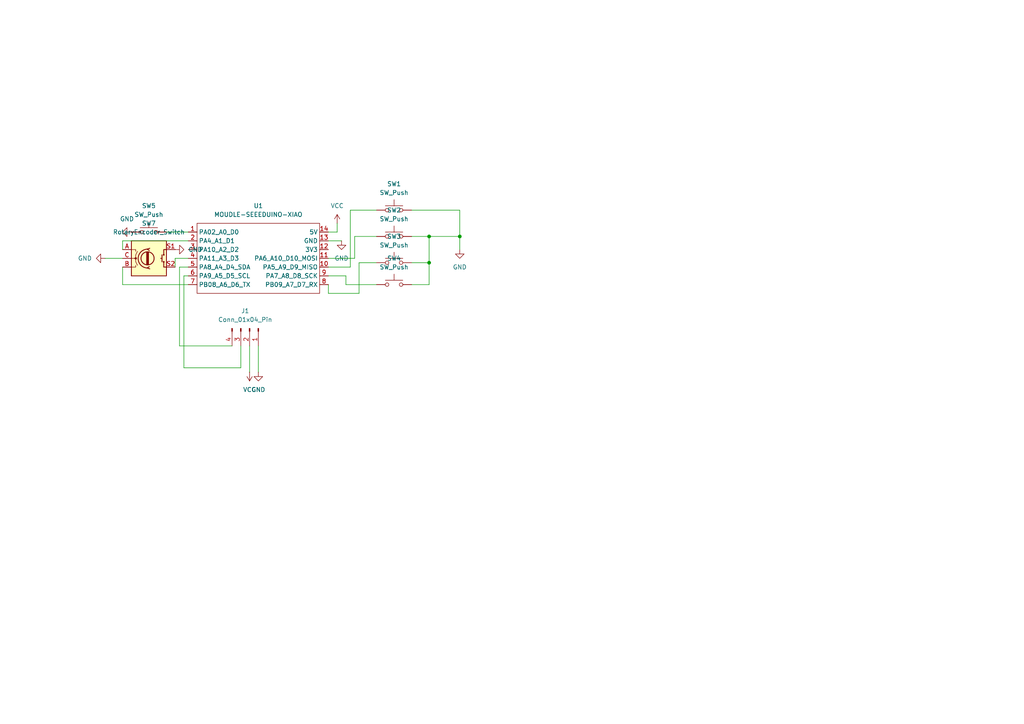
<source format=kicad_sch>
(kicad_sch (version 20231120) (generator "eeschema") (generator_version "8.0")
  (paper "A4")
  (lib_symbols
    (symbol "Connector:Conn_01x04_Pin" (pin_names (offset 1.016) hide)
      (property "Reference" "J" (at 0 5.08 0))
      (property "Value" "Conn_01x04_Pin" (at 0 -7.62 0))
      (symbol "Conn_01x04_Pin_1_1"
        (polyline (pts (xy 1.27 -5.08) (xy 0.8636 -5.08)) (stroke (width 0.1524)))
        (polyline (pts (xy 1.27 -2.54) (xy 0.8636 -2.54)) (stroke (width 0.1524)))
        (polyline (pts (xy 1.27 0) (xy 0.8636 0)) (stroke (width 0.1524)))
        (polyline (pts (xy 1.27 2.54) (xy 0.8636 2.54)) (stroke (width 0.1524)))
        (rectangle (start 0.8636 -4.953) (end 0 -5.207) (stroke (width 0.1524)) (fill (type outline)))
        (rectangle (start 0.8636 -2.413) (end 0 -2.667) (stroke (width 0.1524)) (fill (type outline)))
        (rectangle (start 0.8636 0.127) (end 0 -0.127) (stroke (width 0.1524)) (fill (type outline)))
        (rectangle (start 0.8636 2.667) (end 0 2.413) (stroke (width 0.1524)) (fill (type outline)))
        (pin passive line (at 5.08 2.54 180) (length 3.81) (name "Pin_1") (number "1"))
        (pin passive line (at 5.08 0 180) (length 3.81) (name "Pin_2") (number "2"))
        (pin passive line (at 5.08 -2.54 180) (length 3.81) (name "Pin_3") (number "3"))
        (pin passive line (at 5.08 -5.08 180) (length 3.81) (name "Pin_4") (number "4"))
      )
    )
    (symbol "Device:RotaryEncoder_Switch" (pin_names (offset 0.254) hide)
      (property "Reference" "SW" (at 0 6.604 0))
      (property "Value" "RotaryEncoder_Switch" (at 0 -6.604 0))
      (symbol "RotaryEncoder_Switch_0_1"
        (rectangle (start -5.08 5.08) (end 5.08 -5.08) (stroke (width 0.254)) (fill (type background)))
        (circle (center -3.81 0) (radius 0.254) (fill (type outline)))
        (circle (center -0.381 0) (radius 1.905) (stroke (width 0.254)))
        (arc (start -0.381 2.667) (mid -3.0988 -0.0635) (end -0.381 -2.794) (stroke (width 0.254)))
        (polyline (pts (xy -0.635 -1.778) (xy -0.635 1.778)) (stroke (width 0.254)))
        (polyline (pts (xy -0.381 -1.778) (xy -0.381 1.778)) (stroke (width 0.254)))
        (polyline (pts (xy -0.127 1.778) (xy -0.127 -1.778)) (stroke (width 0.254)))
        (polyline (pts (xy 3.81 0) (xy 3.429 0)) (stroke (width 0.254)))
        (polyline (pts (xy 3.81 1.016) (xy 3.81 -1.016)) (stroke (width 0.254)))
        (polyline (pts (xy -5.08 -2.54) (xy -3.81 -2.54) (xy -3.81 -2.032)))
        (polyline (pts (xy -5.08 2.54) (xy -3.81 2.54) (xy -3.81 2.032)))
        (polyline (pts (xy 0.254 -3.048) (xy -0.508 -2.794) (xy 0.127 -2.413)) (stroke (width 0.254)))
        (polyline (pts (xy 0.254 2.921) (xy -0.508 2.667) (xy 0.127 2.286)) (stroke (width 0.254)))
        (polyline (pts (xy 5.08 -2.54) (xy 4.318 -2.54) (xy 4.318 -1.016)) (stroke (width 0.254)))
        (polyline (pts (xy 5.08 2.54) (xy 4.318 2.54) (xy 4.318 1.016)) (stroke (width 0.254)))
        (polyline (pts (xy -5.08 0) (xy -3.81 0) (xy -3.81 -1.016) (xy -3.302 -2.032)))
        (polyline (pts (xy -4.318 0) (xy -3.81 0) (xy -3.81 1.016) (xy -3.302 2.032)))
        (circle (center 4.318 -1.016) (radius 0.127) (stroke (width 0.254)))
        (circle (center 4.318 1.016) (radius 0.127) (stroke (width 0.254)))
      )
      (symbol "RotaryEncoder_Switch_1_1"
        (pin passive line (at -7.62 2.54 0) (length 2.54) (name "A") (number "A"))
        (pin passive line (at -7.62 -2.54 0) (length 2.54) (name "B") (number "B"))
        (pin passive line (at -7.62 0 0) (length 2.54) (name "C") (number "C"))
        (pin passive line (at 7.62 2.54 180) (length 2.54) (name "S1") (number "S1"))
        (pin passive line (at 7.62 -2.54 180) (length 2.54) (name "S2") (number "S2"))
      )
    )
    (symbol "Switch:SW_Push" (pin_numbers hide) (pin_names (offset 1.016) hide)
      (property "Reference" "SW" (at 1.27 2.54 0))
      (property "Value" "SW_Push" (at 0 -1.524 0))
      (symbol "SW_Push_0_1"
        (circle (center -2.032 0) (radius 0.508))
        (polyline (pts (xy 0 1.27) (xy 0 3.048)))
        (polyline (pts (xy 2.54 1.27) (xy -2.54 1.27)))
        (circle (center 2.032 0) (radius 0.508))
        (pin passive line (at -5.08 0 0) (length 2.54) (name "1") (number "1"))
        (pin passive line (at 5.08 0 180) (length 2.54) (name "2") (number "2"))
      )
    )
    (symbol "XIAO_RP2040:MOUDLE-SEEEDUINO-XIAO"
      (property "Reference" "U" (at -16.51 11.43 0))
      (property "Value" "MOUDLE-SEEEDUINO-XIAO" (at -3.81 -11.43 0))
      (symbol "MOUDLE-SEEEDUINO-XIAO_0_1"
        (rectangle (start -16.51 10.16) (end 19.05 -10.16))
      )
      (symbol "MOUDLE-SEEEDUINO-XIAO_1_1"
        (pin passive line (at -19.05 7.62 0) (length 2.54) (name "PA02_A0_D0") (number "1"))
        (pin passive line (at 21.59 -2.54 180) (length 2.54) (name "PA5_A9_D9_MISO") (number "10"))
        (pin passive line (at 21.59 0 180) (length 2.54) (name "PA6_A10_D10_MOSI") (number "11"))
        (pin passive line (at 21.59 2.54 180) (length 2.54) (name "3V3") (number "12"))
        (pin passive line (at 21.59 5.08 180) (length 2.54) (name "GND") (number "13"))
        (pin passive line (at 21.59 7.62 180) (length 2.54) (name "5V") (number "14"))
        (pin passive line (at -19.05 5.08 0) (length 2.54) (name "PA4_A1_D1") (number "2"))
        (pin passive line (at -19.05 2.54 0) (length 2.54) (name "PA10_A2_D2") (number "3"))
        (pin passive line (at -19.05 0 0) (length 2.54) (name "PA11_A3_D3") (number "4"))
        (pin passive line (at -19.05 -2.54 0) (length 2.54) (name "PA8_A4_D4_SDA") (number "5"))
        (pin passive line (at -19.05 -5.08 0) (length 2.54) (name "PA9_A5_D5_SCL") (number "6"))
        (pin passive line (at -19.05 -7.62 0) (length 2.54) (name "PB08_A6_D6_TX") (number "7"))
        (pin passive line (at 21.59 -7.62 180) (length 2.54) (name "PB09_A7_D7_RX") (number "8"))
        (pin passive line (at 21.59 -5.08 180) (length 2.54) (name "PA7_A8_D8_SCK") (number "9"))
      )
    )
    (symbol "power:GND" (power) (pin_numbers hide) (pin_names (offset 0) hide)
      (property "Value" "GND" (at 0 -3.81 0))
      (symbol "GND_0_1"
        (polyline (pts (xy 0 0) (xy 0 -1.27) (xy 1.27 -1.27) (xy 0 -2.54) (xy -1.27 -1.27) (xy 0 -1.27)))
      )
      (symbol "GND_1_1"
        (pin power_in line (at 0 0 270) (length 0) (name "~") (number "1"))
      )
    )
    (symbol "power:VCC" (power) (pin_numbers hide) (pin_names (offset 0) hide)
      (property "Value" "VCC" (at 0 3.556 0))
      (symbol "VCC_0_1"
        (polyline (pts (xy -0.762 1.27) (xy 0 2.54)))
        (polyline (pts (xy 0 0) (xy 0 2.54)))
        (polyline (pts (xy 0 2.54) (xy 0.762 1.27)))
      )
      (symbol "VCC_1_1"
        (pin power_in line (at 0 0 90) (length 0) (name "~") (number "1"))
      )
    )
  )
  (junction (at 133.35 68.58))
  (junction (at 124.46 68.58))
  (junction (at 124.46 76.2))
  (wire (pts (xy 72.39 100.33) (xy 72.39 107.95)))
  (wire (pts (xy 109.22 60.96) (xy 101.6 60.96)))
  (wire (pts (xy 69.85 106.68) (xy 53.34 106.68)))
  (wire (pts (xy 97.79 67.31) (xy 97.79 64.77)))
  (wire (pts (xy 95.25 74.93) (xy 102.87 74.93)))
  (wire (pts (xy 119.38 60.96) (xy 133.35 60.96)))
  (wire (pts (xy 53.34 106.68) (xy 53.34 80.01)))
  (wire (pts (xy 102.87 68.58) (xy 102.87 74.93)))
  (wire (pts (xy 35.56 69.85) (xy 54.61 69.85)))
  (wire (pts (xy 104.14 76.2) (xy 104.14 85.09)))
  (wire (pts (xy 95.25 85.09) (xy 95.25 82.55)))
  (wire (pts (xy 109.22 82.55) (xy 100.33 82.55)))
  (wire (pts (xy 30.48 74.93) (xy 35.56 74.93)))
  (wire (pts (xy 133.35 60.96) (xy 133.35 68.58)))
  (wire (pts (xy 124.46 68.58) (xy 133.35 68.58)))
  (wire (pts (xy 119.38 76.2) (xy 124.46 76.2)))
  (wire (pts (xy 104.14 85.09) (xy 95.25 85.09)))
  (wire (pts (xy 101.6 60.96) (xy 101.6 77.47)))
  (wire (pts (xy 53.34 80.01) (xy 54.61 80.01)))
  (wire (pts (xy 48.26 67.31) (xy 54.61 67.31)))
  (wire (pts (xy 35.56 82.55) (xy 54.61 82.55)))
  (wire (pts (xy 109.22 68.58) (xy 102.87 68.58)))
  (wire (pts (xy 69.85 100.33) (xy 69.85 106.68)))
  (wire (pts (xy 35.56 77.47) (xy 35.56 82.55)))
  (wire (pts (xy 50.8 74.93) (xy 54.61 74.93)))
  (wire (pts (xy 67.31 100.33) (xy 52.07 100.33)))
  (wire (pts (xy 109.22 76.2) (xy 104.14 76.2)))
  (wire (pts (xy 119.38 68.58) (xy 124.46 68.58)))
  (wire (pts (xy 74.93 100.33) (xy 74.93 107.95)))
  (wire (pts (xy 50.8 77.47) (xy 50.8 74.93)))
  (wire (pts (xy 124.46 68.58) (xy 124.46 76.2)))
  (wire (pts (xy 95.25 69.85) (xy 99.06 69.85)))
  (wire (pts (xy 124.46 76.2) (xy 124.46 82.55)))
  (wire (pts (xy 35.56 72.39) (xy 35.56 69.85)))
  (wire (pts (xy 100.33 82.55) (xy 100.33 80.01)))
  (wire (pts (xy 95.25 80.01) (xy 100.33 80.01)))
  (wire (pts (xy 52.07 77.47) (xy 54.61 77.47)))
  (wire (pts (xy 52.07 100.33) (xy 52.07 77.47)))
  (wire (pts (xy 133.35 68.58) (xy 133.35 72.39)))
  (wire (pts (xy 119.38 82.55) (xy 124.46 82.55)))
  (wire (pts (xy 101.6 77.47) (xy 95.25 77.47)))
  (wire (pts (xy 95.25 67.31) (xy 97.79 67.31)))
  (symbol (lib_id "Switch:SW_Push") (at 114.3 76.2 0) (unit 1)
    (property "Reference" "SW3" (at 114.3 68.58 0))
    (property "Value" "SW_Push" (at 114.3 71.12 0))
    (property "Footprint" "Button_Switch_Keyboard:SW_Cherry_MX_1.00u_PCB" (effects (hide yes)))
    (property "Description" "Push button switch, generic, two pins" (effects (hide yes)))
  )
  (symbol (lib_id "Switch:SW_Push") (at 114.3 60.96 0) (unit 1)
    (property "Reference" "SW1" (at 114.3 53.34 0))
    (property "Value" "SW_Push" (at 114.3 55.88 0))
    (property "Footprint" "Button_Switch_Keyboard:SW_Cherry_MX_1.00u_PCB" (effects (hide yes)))
    (property "Description" "Push button switch, generic, two pins" (effects (hide yes)))
  )
  (symbol (lib_id "Switch:SW_Push") (at 43.18 67.31 0) (unit 1)
    (property "Reference" "SW5" (at 43.18 59.69 0))
    (property "Value" "SW_Push" (at 43.18 62.23 0))
    (property "Footprint" "Button_Switch_Keyboard:SW_Cherry_MX_1.00u_PCB" (effects (hide yes)))
    (property "Description" "Push button switch, generic, two pins" (effects (hide yes)))
  )
  (symbol (lib_id "power:VCC") (at 72.39 107.95 180) (unit 1)
    (property "Reference" "#PWR06" (effects (hide yes)))
    (property "Value" "VCC" (at 72.39 113.03 0))
    (property "Description" "Power symbol creates a global label with name \"VCC\"" (effects (hide yes)))
  )
  (symbol (lib_id "Device:RotaryEncoder_Switch") (at 43.18 74.93 0) (unit 1)
    (property "Reference" "SW7" (at 43.18 64.77 0))
    (property "Value" "RotaryEncoder_Switch" (at 43.18 67.31 0))
    (property "Footprint" "Rotary_Encoder:RotaryEncoder_Alps_EC11E-Switch_Vertical_H20mm" (effects (hide yes)))
    (property "Description" "Rotary encoder, dual channel, incremental quadrate outputs, with switch" (effects (hide yes)))
  )
  (symbol (lib_id "Connector:Conn_01x04_Pin") (at 72.39 95.25 270) (unit 1)
    (property "Reference" "J1" (at 71.12 90.17 90))
    (property "Value" "Conn_01x04_Pin" (at 71.12 92.71 90))
    (property "Footprint" "KiCad-SSD1306-0.91-OLED-4pin-128x32.pretty-master:SSD1306-0.91-OLED-4pin-128x32" (effects (hide yes)))
    (property "Description" "Generic connector, single row, 01x04, script generated" (effects (hide yes)))
  )
  (symbol (lib_id "Switch:SW_Push") (at 114.3 68.58 0) (unit 1)
    (property "Reference" "SW2" (at 114.3 60.96 0))
    (property "Value" "SW_Push" (at 114.3 63.5 0))
    (property "Footprint" "Button_Switch_Keyboard:SW_Cherry_MX_1.00u_PCB" (effects (hide yes)))
    (property "Description" "Push button switch, generic, two pins" (effects (hide yes)))
  )
  (symbol (lib_id "power:GND") (at 99.06 69.85 0) (unit 1)
    (property "Reference" "#PWR02" (effects (hide yes)))
    (property "Value" "GND" (at 99.06 74.93 0))
    (property "Description" "Power symbol creates a global label with name \"GND\" , ground" (effects (hide yes)))
  )
  (symbol (lib_id "Switch:SW_Push") (at 114.3 82.55 0) (unit 1)
    (property "Reference" "SW4" (at 114.3 74.93 0))
    (property "Value" "SW_Push" (at 114.3 77.47 0))
    (property "Footprint" "Button_Switch_Keyboard:SW_Cherry_MX_1.00u_PCB" (effects (hide yes)))
    (property "Description" "Push button switch, generic, two pins" (effects (hide yes)))
  )
  (symbol (lib_id "power:GND") (at 74.93 107.95 0) (unit 1)
    (property "Reference" "#PWR05" (effects (hide yes)))
    (property "Value" "GND" (at 74.93 113.03 0))
    (property "Description" "Power symbol creates a global label with name \"GND\" , ground" (effects (hide yes)))
  )
  (symbol (lib_id "power:GND") (at 30.48 74.93 270) (unit 1)
    (property "Reference" "#PWR04" (effects (hide yes)))
    (property "Value" "GND" (at 26.67 74.9299 90) (effects (justify right)))
    (property "Description" "Power symbol creates a global label with name \"GND\" , ground" (effects (hide yes)))
  )
  (symbol (lib_id "XIAO_RP2040:MOUDLE-SEEEDUINO-XIAO") (at 73.66 74.93 0) (unit 1)
    (property "Reference" "U1" (at 74.93 59.69 0))
    (property "Value" "MOUDLE-SEEEDUINO-XIAO" (at 74.93 62.23 0))
    (property "Footprint" "footprints:XIAO-Generic-Hybrid-14P-2.54-21X17.8MM" (effects (hide yes)))
  )
  (symbol (lib_id "power:GND") (at 133.35 72.39 0) (unit 1)
    (property "Reference" "#PWR01" (effects (hide yes)))
    (property "Value" "GND" (at 133.35 77.47 0))
    (property "Description" "Power symbol creates a global label with name \"GND\" , ground" (effects (hide yes)))
  )
  (symbol (lib_id "power:GND") (at 50.8 72.39 90) (unit 1)
    (property "Reference" "#PWR08" (effects (hide yes)))
    (property "Value" "GND" (at 54.61 72.3899 90) (effects (justify right)))
    (property "Description" "Power symbol creates a global label with name \"GND\" , ground" (effects (hide yes)))
  )
  (symbol (lib_id "power:VCC") (at 97.79 64.77 0) (unit 1)
    (property "Reference" "#PWR07" (effects (hide yes)))
    (property "Value" "VCC" (at 97.79 59.69 0))
    (property "Description" "Power symbol creates a global label with name \"VCC\"" (effects (hide yes)))
  )
  (symbol (lib_id "power:GND") (at 38.1 67.31 270) (unit 1)
    (property "Reference" "#PWR03" (effects (hide yes)))
    (property "Value" "GND" (at 36.83 63.5 90))
    (property "Description" "Power symbol creates a global label with name \"GND\" , ground" (effects (hide yes)))
  )
)
</source>
